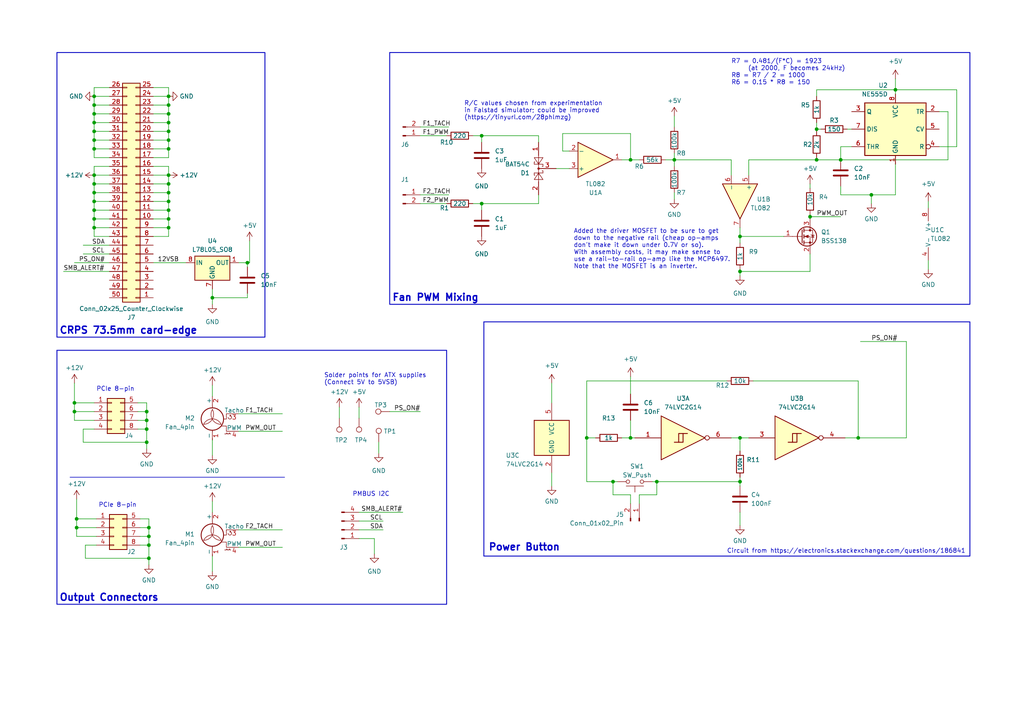
<source format=kicad_sch>
(kicad_sch (version 20250114) (generator "eeschema") (generator_version "9.0")
  (paper "A4")
  (lib_symbols
    (symbol "74xGxx:74LVC2G14"
      (property "Reference" "U" (at 0 7.62 0))
      (property "Value" "74LVC2G14" (at 2.54 -7.62 0))
      (symbol "74LVC2G14_1_1"
        (pin input line (at -15.24 0 0) (length 7.62) (name "~") (number "1"))
        (pin output inverted (at 12.7 0 180) (length 7.62) (name "~") (number "6"))
      )
      (symbol "74LVC2G14_2_1"
        (pin input line (at -15.24 0 0) (length 7.62) (name "~") (number "3"))
        (pin output inverted (at 12.7 0 180) (length 7.62) (name "~") (number "4"))
      )
      (symbol "74LVC2G14_3_1"
        (pin power_in line (at 0 10.16 270) (length 5.08) (name "VCC") (number "5"))
        (pin power_in line (at 0 -10.16 90) (length 5.08) (name "GND") (number "2"))
      )
    )
    (symbol "Amplifier_Operational:TL082" (pin_names (offset 0.127))
      (property "Reference" "U" (at 0 5.08 0))
      (property "Value" "TL082" (at 0 -5.08 0))
      (symbol "TL082_1_1"
        (pin input line (at -7.62 2.54 0) (length 2.54) (name "+") (number "3"))
        (pin input line (at -7.62 -2.54 0) (length 2.54) (name "-") (number "2"))
        (pin output line (at 7.62 0 180) (length 2.54) (name "~") (number "1"))
      )
      (symbol "TL082_2_1"
        (pin input line (at -7.62 2.54 0) (length 2.54) (name "+") (number "5"))
        (pin input line (at -7.62 -2.54 0) (length 2.54) (name "-") (number "6"))
        (pin output line (at 7.62 0 180) (length 2.54) (name "~") (number "7"))
      )
      (symbol "TL082_3_1"
        (pin power_in line (at -2.54 7.62 270) (length 3.81) (name "V+") (number "8"))
        (pin power_in line (at -2.54 -7.62 90) (length 3.81) (name "V-") (number "4"))
      )
    )
    (symbol "Connector:Conn_01x02_Pin" (pin_names (offset 1.016) (hide yes))
      (property "Reference" "J" (at 0 2.54 0))
      (property "Value" "Conn_01x02_Pin" (at 0 -5.08 0))
      (symbol "Conn_01x02_Pin_1_1"
        (pin passive line (at 5.08 0 180) (length 3.81) (name "Pin_1") (number "1"))
        (pin passive line (at 5.08 -2.54 180) (length 3.81) (name "Pin_2") (number "2"))
      )
    )
    (symbol "Connector:Conn_01x04_Pin" (pin_names (offset 1.016) (hide yes))
      (property "Reference" "J" (at 0 5.08 0))
      (property "Value" "Conn_01x04_Pin" (at 0 -7.62 0))
      (symbol "Conn_01x04_Pin_1_1"
        (pin passive line (at 5.08 2.54 180) (length 3.81) (name "Pin_1") (number "1"))
        (pin passive line (at 5.08 0 180) (length 3.81) (name "Pin_2") (number "2"))
        (pin passive line (at 5.08 -2.54 180) (length 3.81) (name "Pin_3") (number "3"))
        (pin passive line (at 5.08 -5.08 180) (length 3.81) (name "Pin_4") (number "4"))
      )
    )
    (symbol "Connector:TestPoint" (pin_numbers (hide yes)) (pin_names (offset 0.762) (hide yes))
      (property "Reference" "TP" (at 0 6.858 0))
      (property "Value" "TestPoint" (at 0 5.08 0))
      (symbol "TestPoint_1_1"
        (pin passive line (at 0 0 90) (length 2.54) (name "1") (number "1"))
      )
    )
    (symbol "Connector_Generic:Conn_02x04_Top_Bottom" (pin_names (offset 1.016) (hide yes))
      (property "Reference" "J" (at 1.27 5.08 0))
      (property "Value" "Conn_02x04_Top_Bottom" (at 1.27 -7.62 0))
      (symbol "Conn_02x04_Top_Bottom_1_1"
        (pin passive line (at -5.08 2.54 0) (length 3.81) (name "Pin_1") (number "1"))
        (pin passive line (at -5.08 0 0) (length 3.81) (name "Pin_2") (number "2"))
        (pin passive line (at -5.08 -2.54 0) (length 3.81) (name "Pin_3") (number "3"))
        (pin passive line (at -5.08 -5.08 0) (length 3.81) (name "Pin_4") (number "4"))
        (pin passive line (at 7.62 2.54 180) (length 3.81) (name "Pin_5") (number "5"))
        (pin passive line (at 7.62 0 180) (length 3.81) (name "Pin_6") (number "6"))
        (pin passive line (at 7.62 -2.54 180) (length 3.81) (name "Pin_7") (number "7"))
        (pin passive line (at 7.62 -5.08 180) (length 3.81) (name "Pin_8") (number "8"))
      )
    )
    (symbol "Connector_Generic:Conn_02x25_Counter_Clockwise" (pin_names (offset 1.016) (hide yes))
      (property "Reference" "J" (at 1.27 33.02 0))
      (property "Value" "Conn_02x25_Counter_Clockwise" (at 1.27 -33.02 0))
      (symbol "Conn_02x25_Counter_Clockwise_1_1"
        (pin passive line (at -5.08 30.48 0) (length 3.81) (name "Pin_1") (number "1"))
        (pin passive line (at -5.08 27.94 0) (length 3.81) (name "Pin_2") (number "2"))
        (pin passive line (at -5.08 25.4 0) (length 3.81) (name "Pin_3") (number "3"))
        (pin passive line (at -5.08 22.86 0) (length 3.81) (name "Pin_4") (number "4"))
        (pin passive line (at -5.08 20.32 0) (length 3.81) (name "Pin_5") (number "5"))
        (pin passive line (at -5.08 17.78 0) (length 3.81) (name "Pin_6") (number "6"))
        (pin passive line (at -5.08 15.24 0) (length 3.81) (name "Pin_7") (number "7"))
        (pin passive line (at -5.08 12.7 0) (length 3.81) (name "Pin_8") (number "8"))
        (pin passive line (at -5.08 10.16 0) (length 3.81) (name "Pin_9") (number "9"))
        (pin passive line (at -5.08 7.62 0) (length 3.81) (name "Pin_10") (number "10"))
        (pin passive line (at -5.08 5.08 0) (length 3.81) (name "Pin_11") (number "11"))
        (pin passive line (at -5.08 2.54 0) (length 3.81) (name "Pin_12") (number "12"))
        (pin passive line (at -5.08 0 0) (length 3.81) (name "Pin_13") (number "13"))
        (pin passive line (at -5.08 -2.54 0) (length 3.81) (name "Pin_14") (number "14"))
        (pin passive line (at -5.08 -5.08 0) (length 3.81) (name "Pin_15") (number "15"))
        (pin passive line (at -5.08 -7.62 0) (length 3.81) (name "Pin_16") (number "16"))
        (pin passive line (at -5.08 -10.16 0) (length 3.81) (name "Pin_17") (number "17"))
        (pin passive line (at -5.08 -12.7 0) (length 3.81) (name "Pin_18") (number "18"))
        (pin passive line (at -5.08 -15.24 0) (length 3.81) (name "Pin_19") (number "19"))
        (pin passive line (at -5.08 -17.78 0) (length 3.81) (name "Pin_20") (number "20"))
        (pin passive line (at -5.08 -20.32 0) (length 3.81) (name "Pin_21") (number "21"))
        (pin passive line (at -5.08 -22.86 0) (length 3.81) (name "Pin_22") (number "22"))
        (pin passive line (at -5.08 -25.4 0) (length 3.81) (name "Pin_23") (number "23"))
        (pin passive line (at -5.08 -27.94 0) (length 3.81) (name "Pin_24") (number "24"))
        (pin passive line (at -5.08 -30.48 0) (length 3.81) (name "Pin_25") (number "25"))
        (pin passive line (at 7.62 30.48 180) (length 3.81) (name "Pin_50") (number "50"))
        (pin passive line (at 7.62 27.94 180) (length 3.81) (name "Pin_49") (number "49"))
        (pin passive line (at 7.62 25.4 180) (length 3.81) (name "Pin_48") (number "48"))
        (pin passive line (at 7.62 22.86 180) (length 3.81) (name "Pin_47") (number "47"))
        (pin passive line (at 7.62 20.32 180) (length 3.81) (name "Pin_46") (number "46"))
        (pin passive line (at 7.62 17.78 180) (length 3.81) (name "Pin_45") (number "45"))
        (pin passive line (at 7.62 15.24 180) (length 3.81) (name "Pin_44") (number "44"))
        (pin passive line (at 7.62 12.7 180) (length 3.81) (name "Pin_43") (number "43"))
        (pin passive line (at 7.62 10.16 180) (length 3.81) (name "Pin_42") (number "42"))
        (pin passive line (at 7.62 7.62 180) (length 3.81) (name "Pin_41") (number "41"))
        (pin passive line (at 7.62 5.08 180) (length 3.81) (name "Pin_40") (number "40"))
        (pin passive line (at 7.62 2.54 180) (length 3.81) (name "Pin_39") (number "39"))
        (pin passive line (at 7.62 0 180) (length 3.81) (name "Pin_38") (number "38"))
        (pin passive line (at 7.62 -2.54 180) (length 3.81) (name "Pin_37") (number "37"))
        (pin passive line (at 7.62 -5.08 180) (length 3.81) (name "Pin_36") (number "36"))
        (pin passive line (at 7.62 -7.62 180) (length 3.81) (name "Pin_35") (number "35"))
        (pin passive line (at 7.62 -10.16 180) (length 3.81) (name "Pin_34") (number "34"))
        (pin passive line (at 7.62 -12.7 180) (length 3.81) (name "Pin_33") (number "33"))
        (pin passive line (at 7.62 -15.24 180) (length 3.81) (name "Pin_32") (number "32"))
        (pin passive line (at 7.62 -17.78 180) (length 3.81) (name "Pin_31") (number "31"))
        (pin passive line (at 7.62 -20.32 180) (length 3.81) (name "Pin_30") (number "30"))
        (pin passive line (at 7.62 -22.86 180) (length 3.81) (name "Pin_29") (number "29"))
        (pin passive line (at 7.62 -25.4 180) (length 3.81) (name "Pin_28") (number "28"))
        (pin passive line (at 7.62 -27.94 180) (length 3.81) (name "Pin_27") (number "27"))
        (pin passive line (at 7.62 -30.48 180) (length 3.81) (name "Pin_26") (number "26"))
      )
    )
    (symbol "Device:C" (pin_numbers (hide yes)) (pin_names (offset 0.254))
      (property "Reference" "C" (at 0.635 2.54 0))
      (property "Value" "C" (at 0.635 -2.54 0))
      (symbol "C_1_1"
        (pin passive line (at 0 3.81 270) (length 2.794) (name "~") (number "1"))
        (pin passive line (at 0 -3.81 90) (length 2.794) (name "~") (number "2"))
      )
    )
    (symbol "Device:R" (pin_numbers (hide yes)) (pin_names (offset 0))
      (property "Reference" "R" (at 2.032 0 90))
      (property "Value" "R" (at 0 0 90))
      (symbol "R_1_1"
        (pin passive line (at 0 3.81 270) (length 1.27) (name "~") (number "1"))
        (pin passive line (at 0 -3.81 90) (length 1.27) (name "~") (number "2"))
      )
    )
    (symbol "Diode:BAT54C" (pin_names (offset 1.016))
      (property "Reference" "D" (at 0.635 -3.81 0))
      (property "Value" "BAT54C" (at -6.35 3.175 0))
      (symbol "BAT54C_1_1"
        (pin passive line (at -7.62 0 0) (length 3.81) (name "~") (number "1"))
        (pin passive line (at 0 -5.08 90) (length 5.08) (name "~") (number "3"))
        (pin passive line (at 7.62 0 180) (length 3.81) (name "~") (number "2"))
      )
    )
    (symbol "Motor:Fan_4pin" (pin_names (offset 0))
      (property "Reference" "M" (at 2.54 5.08 0))
      (property "Value" "Fan_4pin" (at 2.54 -2.54 0))
      (symbol "Fan_4pin_1_1"
        (pin passive line (at -7.62 2.54 0) (length 2.54) (name "Tacho") (number "3"))
        (pin input line (at -7.62 -2.54 0) (length 2.54) (name "PWM") (number "4"))
        (pin passive line (at 0 7.62 270) (length 2.54) (name "+") (number "2"))
        (pin passive line (at 0 -5.08 90) (length 2.54) (name "-") (number "1"))
      )
    )
    (symbol "Regulator_Linear:L78L05_SO8" (pin_names (offset 0.254))
      (property "Reference" "U" (at -3.81 3.175 0))
      (property "Value" "L78L05_SO8" (at 0 3.175 0))
      (symbol "L78L05_SO8_1_1"
        (pin power_in line (at -7.62 0 0) (length 2.54) (name "IN") (number "8"))
        (pin no_connect line (at -5.08 -2.54 0) (length 2.54) (hide yes) (name "NC") (number "4"))
        (pin passive line (at 0 -7.62 90) (length 2.54) (hide yes) (name "GND") (number "2"))
        (pin passive line (at 0 -7.62 90) (length 2.54) (hide yes) (name "GND") (number "3"))
        (pin passive line (at 0 -7.62 90) (length 2.54) (hide yes) (name "GND") (number "6"))
        (pin power_in line (at 0 -7.62 90) (length 2.54) (name "GND") (number "7"))
        (pin no_connect line (at 5.08 -2.54 180) (length 2.54) (hide yes) (name "NC") (number "5"))
        (pin power_out line (at 7.62 0 180) (length 2.54) (name "OUT") (number "1"))
      )
    )
    (symbol "Switch:SW_Push" (pin_numbers (hide yes)) (pin_names (offset 1.016) (hide yes))
      (property "Reference" "SW" (at 1.27 2.54 0))
      (property "Value" "SW_Push" (at 0 -1.524 0))
      (symbol "SW_Push_0_1"
        (pin passive line (at -5.08 0 0) (length 2.54) (name "1") (number "1"))
        (pin passive line (at 5.08 0 180) (length 2.54) (name "2") (number "2"))
      )
    )
    (symbol "Timer:NE555D"
      (property "Reference" "U" (at -10.16 8.89 0))
      (property "Value" "NE555D" (at 2.54 8.89 0))
      (symbol "NE555D_0_0"
        (pin power_in line (at 0 10.16 270) (length 2.54) (name "VCC") (number "8"))
        (pin power_in line (at 0 -10.16 90) (length 2.54) (name "GND") (number "1"))
      )
      (symbol "NE555D_1_1"
        (pin input line (at -12.7 5.08 0) (length 3.81) (name "TR") (number "2"))
        (pin input line (at -12.7 0 0) (length 3.81) (name "CV") (number "5"))
        (pin input inverted (at -12.7 -5.08 0) (length 3.81) (name "R") (number "4"))
        (pin output line (at 12.7 5.08 180) (length 3.81) (name "Q") (number "3"))
        (pin input line (at 12.7 0 180) (length 3.81) (name "DIS") (number "7"))
        (pin input line (at 12.7 -5.08 180) (length 3.81) (name "THR") (number "6"))
      )
    )
    (symbol "Transistor_FET:BSS138" (pin_names (hide yes))
      (property "Reference" "Q" (at 5.08 1.905 0))
      (property "Value" "BSS138" (at 5.08 0 0))
      (symbol "BSS138_1_1"
        (pin input line (at -5.08 0 0) (length 2.54) (name "G") (number "1"))
        (pin passive line (at 2.54 5.08 270) (length 2.54) (name "D") (number "3"))
        (pin passive line (at 2.54 -5.08 90) (length 2.54) (name "S") (number "2"))
      )
    )
    (symbol "power:+12V" (power) (pin_names (offset 0))
      (property "Value" "+12V" (at 0 3.556 0))
      (symbol "+12V_1_1"
        (pin power_in line (at 0 0 90) (length 0) (hide yes) (name "+12V") (number "1"))
      )
    )
    (symbol "power:+5V" (power) (pin_names (offset 0))
      (property "Value" "+5V" (at 0 3.556 0))
      (symbol "+5V_1_1"
        (pin power_in line (at 0 0 90) (length 0) (hide yes) (name "+5V") (number "1"))
      )
    )
    (symbol "power:GND" (power) (pin_names (offset 0))
      (property "Value" "GND" (at 0 -3.81 0))
      (symbol "GND_1_1"
        (pin power_in line (at 0 0 270) (length 0) (hide yes) (name "GND") (number "1"))
      )
    )
  )
  (rectangle (start 20.32 138.4046) (end 82.55 138.43))
  (rectangle (start 140.335 93.345) (end 281.305 161.29) (stroke (width 0.254)))
  (rectangle (start 16.51 101.6) (end 129.54 175.26) (stroke (width 0.254)))
  (rectangle (start 113.03 15.24) (end 281.305 88.265) (stroke (width 0.254)))
  (rectangle (start 16.51 15.24) (end 76.835 97.79) (stroke (width 0.254)))
  (text "Output Connectors" (at 17.145 174.625 0) (effects (font (size 2.032 2.032) (thickness 0.4064) (bold yes)) (justify left bottom)))
  (text "R7 = 0.481/(F*C) = 1923\n     (at 2000, F becomes 24kHz)\nR8 = R7 / 2 = 1000\nR6 = 0.15 * R8 = 150" (at 212.09 24.765 0) (effects (font (size 1.27 1.27)) (justify left bottom)))
  (text "PCIe 8-pin" (at 27.94 113.665 0) (effects (font (size 1.27 1.27)) (justify left bottom)))
  (text "Fan PWM Mixing" (at 113.665 87.63 0) (effects (font (size 2.032 2.032) (thickness 0.4064) (bold yes)) (justify left bottom)))
  (text "PCIe 8-pin" (at 28.575 147.32 0) (effects (font (size 1.27 1.27)) (justify left bottom)))
  (text "CRPS 73.5mm card-edge" (at 17.145 97.155 0) (effects (font (size 2.032 2.032) (thickness 0.4064) (bold yes)) (justify left bottom)))
  (text "Power Button" (at 141.605 160.02 0) (effects (font (size 2.032 2.032) (thickness 0.4064) (bold yes)) (justify left bottom)))
  (text "Solder points for ATX supplies\n(Connect 5V to 5VSB)" (at 93.98 111.76 0) (effects (font (size 1.27 1.27)) (justify left bottom)))
  (text "Circuit from https://electronics.stackexchange.com/questions/186841" (at 210.82 160.655 0) (effects (font (size 1.27 1.27)) (justify left bottom)))
  (text "PMBUS I2C" (at 102.235 144.145 0) (effects (font (size 1.27 1.27)) (justify left bottom)))
  (text "R/C values chosen from experimentation\nin Falstad simulator; could be improved\n(https://tinyurl.com/28phlmzg)" (at 134.62 34.925 0) (effects (font (size 1.27 1.27)) (justify left bottom)))
  (text "Added the driver MOSFET to be sure to get\ndown to the negative rail (cheap op-amps\ndon't make it down under 0.7V or so).\nWith assembly costs, it may make sense to \nuse a rail-to-rail op-amp like the MCP6497.\nNote that the MOSFET is an inverter." (at 166.37 78.105 0) (effects (font (size 1.27 1.27)) (justify left bottom)))
  (junction (at 48.895 38.1))
  (junction (at 259.715 26.035))
  (junction (at 61.595 86.36))
  (junction (at 48.895 33.02))
  (junction (at 42.545 124.46))
  (junction (at 22.225 153.035))
  (junction (at 48.895 50.8))
  (junction (at 22.225 150.495))
  (junction (at 48.895 66.04))
  (junction (at 71.755 76.2))
  (junction (at 139.7 59.055))
  (junction (at 182.88 46.355))
  (junction (at 243.84 46.355))
  (junction (at 248.92 127))
  (junction (at 236.855 46.355))
  (junction (at 48.895 40.64))
  (junction (at 43.18 158.115))
  (junction (at 21.59 119.38))
  (junction (at 252.73 56.515))
  (junction (at 42.545 128.27))
  (junction (at 27.305 33.02))
  (junction (at 27.305 50.8))
  (junction (at 48.895 27.94))
  (junction (at 214.63 139.7))
  (junction (at 48.895 60.96))
  (junction (at 48.895 35.56))
  (junction (at 48.895 43.18))
  (junction (at 27.305 63.5))
  (junction (at 27.305 53.34))
  (junction (at 48.895 53.34))
  (junction (at 27.305 35.56))
  (junction (at 182.88 127))
  (junction (at 214.63 78.74))
  (junction (at 27.305 60.96))
  (junction (at 42.545 121.92))
  (junction (at 27.305 43.18))
  (junction (at 43.18 153.035))
  (junction (at 27.305 30.48))
  (junction (at 48.895 63.5))
  (junction (at 190.5 139.7))
  (junction (at 43.18 161.925))
  (junction (at 214.63 127))
  (junction (at 195.58 46.355))
  (junction (at 42.545 119.38))
  (junction (at 139.7 39.37))
  (junction (at 170.18 127))
  (junction (at 43.18 155.575))
  (junction (at 234.95 62.865))
  (junction (at 48.895 58.42))
  (junction (at 177.8 139.7))
  (junction (at 27.305 27.94))
  (junction (at 214.63 68.58))
  (junction (at 27.305 55.88))
  (junction (at 27.305 40.64))
  (junction (at 48.895 55.88))
  (junction (at 21.59 116.84))
  (junction (at 236.855 37.465))
  (junction (at 27.305 66.04))
  (junction (at 27.305 58.42))
  (junction (at 48.895 30.48))
  (junction (at 27.305 38.1))
  (wire (pts (xy 182.88 121.92) (xy 182.88 127)))
  (wire (pts (xy 248.92 127) (xy 262.89 127)))
  (wire (pts (xy 185.42 146.05) (xy 185.42 143.51)))
  (wire (pts (xy 48.895 63.5) (xy 44.45 63.5)))
  (wire (pts (xy 214.63 66.04) (xy 214.63 68.58)))
  (wire (pts (xy 170.18 139.7) (xy 170.18 127)))
  (wire (pts (xy 48.895 40.64) (xy 44.45 40.64)))
  (wire (pts (xy 277.495 26.035) (xy 259.715 26.035)))
  (wire (pts (xy 139.7 59.055) (xy 139.7 60.96)))
  (wire (pts (xy 44.45 76.2) (xy 53.975 76.2)))
  (wire (pts (xy 214.63 148.59) (xy 214.63 152.4)))
  (wire (pts (xy 48.895 60.96) (xy 44.45 60.96)))
  (wire (pts (xy 61.595 145.415) (xy 61.595 148.59)))
  (wire (pts (xy 269.24 75.565) (xy 269.24 78.105)))
  (wire (pts (xy 274.955 46.355) (xy 243.84 46.355)))
  (wire (pts (xy 195.58 33.655) (xy 195.58 36.83)))
  (wire (pts (xy 48.895 66.04) (xy 48.895 63.5)))
  (wire (pts (xy 272.415 42.545) (xy 277.495 42.545)))
  (wire (pts (xy 156.21 59.055) (xy 139.7 59.055)))
  (wire (pts (xy 218.44 110.49) (xy 248.92 110.49)))
  (wire (pts (xy 27.305 66.04) (xy 27.305 68.58)))
  (wire (pts (xy 24.765 161.925) (xy 43.18 161.925)))
  (wire (pts (xy 71.755 76.2) (xy 72.39 76.2)))
  (wire (pts (xy 243.84 53.975) (xy 243.84 56.515)))
  (wire (pts (xy 243.84 42.545) (xy 243.84 46.355)))
  (wire (pts (xy 189.23 139.7) (xy 190.5 139.7)))
  (wire (pts (xy 31.75 68.58) (xy 27.305 68.58)))
  (wire (pts (xy 21.59 119.38) (xy 21.59 121.92)))
  (wire (pts (xy 48.895 35.56) (xy 48.895 33.02)))
  (wire (pts (xy 27.305 43.18) (xy 31.75 43.18)))
  (wire (pts (xy 61.595 161.29) (xy 61.595 165.735)))
  (wire (pts (xy 48.895 30.48) (xy 44.45 30.48)))
  (wire (pts (xy 18.415 78.74) (xy 31.75 78.74)))
  (wire (pts (xy 72.39 69.85) (xy 72.39 76.2)))
  (wire (pts (xy 121.92 59.055) (xy 129.54 59.055)))
  (wire (pts (xy 238.125 37.465) (xy 236.855 37.465)))
  (wire (pts (xy 214.63 139.7) (xy 214.63 140.97)))
  (wire (pts (xy 195.58 46.355) (xy 212.09 46.355)))
  (wire (pts (xy 48.895 60.96) (xy 48.895 58.42)))
  (wire (pts (xy 190.5 139.7) (xy 214.63 139.7)))
  (wire (pts (xy 236.855 35.56) (xy 236.855 37.465)))
  (wire (pts (xy 259.715 22.86) (xy 259.715 26.035)))
  (wire (pts (xy 214.63 68.58) (xy 227.33 68.58)))
  (wire (pts (xy 40.64 155.575) (xy 43.18 155.575)))
  (wire (pts (xy 22.225 153.035) (xy 22.225 155.575)))
  (wire (pts (xy 48.895 50.8) (xy 48.895 48.26)))
  (wire (pts (xy 22.225 144.78) (xy 22.225 150.495)))
  (wire (pts (xy 21.59 111.125) (xy 21.59 116.84)))
  (wire (pts (xy 137.16 39.37) (xy 139.7 39.37)))
  (wire (pts (xy 40.64 150.495) (xy 43.18 150.495)))
  (wire (pts (xy 24.13 128.27) (xy 42.545 128.27)))
  (wire (pts (xy 170.18 110.49) (xy 170.18 127)))
  (wire (pts (xy 248.92 110.49) (xy 248.92 127)))
  (wire (pts (xy 48.895 45.72) (xy 44.45 45.72)))
  (wire (pts (xy 31.75 27.94) (xy 27.305 27.94)))
  (wire (pts (xy 48.895 35.56) (xy 44.45 35.56)))
  (wire (pts (xy 247.015 42.545) (xy 243.84 42.545)))
  (wire (pts (xy 234.95 62.865) (xy 234.95 63.5)))
  (wire (pts (xy 27.305 40.64) (xy 31.75 40.64)))
  (wire (pts (xy 69.215 158.75) (xy 81.915 158.75)))
  (wire (pts (xy 214.63 127) (xy 214.63 130.81)))
  (wire (pts (xy 104.14 148.59) (xy 116.84 148.59)))
  (wire (pts (xy 27.305 30.48) (xy 27.305 33.02)))
  (wire (pts (xy 48.895 55.88) (xy 48.895 53.34)))
  (wire (pts (xy 234.95 78.74) (xy 214.63 78.74)))
  (wire (pts (xy 48.895 33.02) (xy 48.895 30.48)))
  (wire (pts (xy 212.09 50.8) (xy 212.09 46.355)))
  (wire (pts (xy 234.95 62.23) (xy 234.95 62.865)))
  (wire (pts (xy 69.215 76.2) (xy 71.755 76.2)))
  (wire (pts (xy 42.545 119.38) (xy 42.545 121.92)))
  (wire (pts (xy 27.305 33.02) (xy 27.305 35.56)))
  (wire (pts (xy 104.14 151.13) (xy 111.125 151.13)))
  (wire (pts (xy 243.84 46.355) (xy 236.855 46.355)))
  (wire (pts (xy 43.18 155.575) (xy 43.18 158.115)))
  (wire (pts (xy 44.45 66.04) (xy 48.895 66.04)))
  (wire (pts (xy 182.88 143.51) (xy 177.8 143.51)))
  (wire (pts (xy 61.595 111.76) (xy 61.595 114.935)))
  (wire (pts (xy 236.855 27.94) (xy 236.855 26.035)))
  (wire (pts (xy 27.305 33.02) (xy 31.75 33.02)))
  (wire (pts (xy 252.73 59.055) (xy 252.73 56.515)))
  (wire (pts (xy 27.94 158.115) (xy 24.765 158.115)))
  (wire (pts (xy 217.17 46.355) (xy 236.855 46.355)))
  (wire (pts (xy 27.305 60.96) (xy 31.75 60.96)))
  (wire (pts (xy 48.895 38.1) (xy 44.45 38.1)))
  (wire (pts (xy 48.895 68.58) (xy 48.895 66.04)))
  (wire (pts (xy 236.855 26.035) (xy 259.715 26.035)))
  (wire (pts (xy 109.855 128.27) (xy 109.855 131.445)))
  (wire (pts (xy 27.305 53.34) (xy 27.305 55.88)))
  (wire (pts (xy 165.1 43.815) (xy 163.195 43.815)))
  (wire (pts (xy 210.82 110.49) (xy 170.18 110.49)))
  (wire (pts (xy 40.64 153.035) (xy 43.18 153.035)))
  (wire (pts (xy 217.17 50.8) (xy 217.17 46.355)))
  (wire (pts (xy 234.95 53.34) (xy 234.95 54.61)))
  (wire (pts (xy 27.305 53.34) (xy 31.75 53.34)))
  (wire (pts (xy 108.585 156.21) (xy 108.585 160.655)))
  (wire (pts (xy 27.305 124.46) (xy 24.13 124.46)))
  (wire (pts (xy 259.715 47.625) (xy 259.715 56.515)))
  (wire (pts (xy 40.005 119.38) (xy 42.545 119.38)))
  (wire (pts (xy 249.555 99.06) (xy 262.89 99.06)))
  (wire (pts (xy 21.59 119.38) (xy 27.305 119.38)))
  (wire (pts (xy 61.595 86.36) (xy 61.595 88.265)))
  (wire (pts (xy 170.18 127) (xy 172.72 127)))
  (wire (pts (xy 236.855 37.465) (xy 236.855 38.1)))
  (wire (pts (xy 48.895 27.94) (xy 48.895 25.4)))
  (wire (pts (xy 71.755 86.36) (xy 61.595 86.36)))
  (wire (pts (xy 98.425 118.11) (xy 98.425 121.285)))
  (wire (pts (xy 236.855 46.355) (xy 236.855 45.72)))
  (wire (pts (xy 48.895 50.8) (xy 44.45 50.8)))
  (wire (pts (xy 182.88 38.735) (xy 182.88 46.355)))
  (wire (pts (xy 27.305 48.26) (xy 31.75 48.26)))
  (wire (pts (xy 234.95 62.865) (xy 243.84 62.865)))
  (wire (pts (xy 40.64 158.115) (xy 43.18 158.115)))
  (wire (pts (xy 214.63 78.74) (xy 214.63 80.01)))
  (wire (pts (xy 22.225 150.495) (xy 27.94 150.495)))
  (wire (pts (xy 27.305 38.1) (xy 31.75 38.1)))
  (wire (pts (xy 48.895 63.5) (xy 48.895 60.96)))
  (wire (pts (xy 27.305 38.1) (xy 27.305 40.64)))
  (wire (pts (xy 27.305 35.56) (xy 27.305 38.1)))
  (wire (pts (xy 193.04 46.355) (xy 195.58 46.355)))
  (wire (pts (xy 27.305 58.42) (xy 27.305 60.96)))
  (wire (pts (xy 214.63 127) (xy 217.17 127)))
  (wire (pts (xy 31.75 50.8) (xy 27.305 50.8)))
  (wire (pts (xy 48.895 55.88) (xy 44.45 55.88)))
  (wire (pts (xy 48.895 58.42) (xy 48.895 55.88)))
  (wire (pts (xy 61.595 83.82) (xy 61.595 86.36)))
  (wire (pts (xy 27.305 35.56) (xy 31.75 35.56)))
  (wire (pts (xy 69.215 153.67) (xy 81.915 153.67)))
  (wire (pts (xy 48.895 40.64) (xy 48.895 38.1)))
  (wire (pts (xy 27.305 48.26) (xy 27.305 50.8)))
  (wire (pts (xy 269.24 58.42) (xy 269.24 60.325)))
  (wire (pts (xy 27.305 60.96) (xy 27.305 63.5)))
  (wire (pts (xy 69.215 120.015) (xy 81.915 120.015)))
  (wire (pts (xy 48.895 53.34) (xy 48.895 50.8)))
  (wire (pts (xy 27.305 58.42) (xy 31.75 58.42)))
  (wire (pts (xy 24.765 158.115) (xy 24.765 161.925)))
  (wire (pts (xy 40.005 121.92) (xy 42.545 121.92)))
  (wire (pts (xy 22.225 155.575) (xy 27.94 155.575)))
  (wire (pts (xy 21.59 121.92) (xy 27.305 121.92)))
  (wire (pts (xy 195.58 55.88) (xy 195.58 57.785)))
  (wire (pts (xy 27.305 63.5) (xy 27.305 66.04)))
  (wire (pts (xy 27.305 55.88) (xy 31.75 55.88)))
  (wire (pts (xy 277.495 42.545) (xy 277.495 26.035)))
  (wire (pts (xy 27.305 25.4) (xy 27.305 27.94)))
  (wire (pts (xy 214.63 68.58) (xy 214.63 70.485)))
  (wire (pts (xy 27.305 43.18) (xy 27.305 45.72)))
  (wire (pts (xy 48.895 53.34) (xy 44.45 53.34)))
  (wire (pts (xy 274.955 32.385) (xy 274.955 46.355)))
  (wire (pts (xy 180.34 127) (xy 182.88 127)))
  (wire (pts (xy 48.895 27.94) (xy 44.45 27.94)))
  (wire (pts (xy 40.005 116.84) (xy 42.545 116.84)))
  (wire (pts (xy 190.5 143.51) (xy 190.5 139.7)))
  (wire (pts (xy 69.215 125.095) (xy 81.915 125.095)))
  (wire (pts (xy 195.58 46.355) (xy 195.58 48.26)))
  (wire (pts (xy 40.005 124.46) (xy 42.545 124.46)))
  (wire (pts (xy 160.02 137.16) (xy 160.02 140.97)))
  (wire (pts (xy 272.415 32.385) (xy 274.955 32.385)))
  (wire (pts (xy 48.895 38.1) (xy 48.895 35.56)))
  (wire (pts (xy 177.8 139.7) (xy 170.18 139.7)))
  (wire (pts (xy 182.88 146.05) (xy 182.88 143.51)))
  (wire (pts (xy 214.63 78.105) (xy 214.63 78.74)))
  (wire (pts (xy 27.305 50.8) (xy 27.305 53.34)))
  (wire (pts (xy 31.75 45.72) (xy 27.305 45.72)))
  (wire (pts (xy 61.595 127.635) (xy 61.595 132.08)))
  (wire (pts (xy 48.895 43.18) (xy 48.895 40.64)))
  (wire (pts (xy 43.18 161.925) (xy 43.18 163.83)))
  (wire (pts (xy 156.21 41.275) (xy 156.21 39.37)))
  (wire (pts (xy 42.545 116.84) (xy 42.545 119.38)))
  (wire (pts (xy 214.63 138.43) (xy 214.63 139.7)))
  (wire (pts (xy 43.18 158.115) (xy 43.18 161.925)))
  (wire (pts (xy 262.89 127) (xy 262.89 99.06)))
  (wire (pts (xy 48.895 58.42) (xy 44.45 58.42)))
  (wire (pts (xy 27.305 55.88) (xy 27.305 58.42)))
  (wire (pts (xy 24.13 124.46) (xy 24.13 128.27)))
  (wire (pts (xy 259.715 26.035) (xy 259.715 27.305)))
  (wire (pts (xy 156.21 56.515) (xy 156.21 59.055)))
  (wire (pts (xy 156.21 39.37) (xy 139.7 39.37)))
  (wire (pts (xy 121.92 36.83) (xy 130.175 36.83)))
  (wire (pts (xy 121.92 56.515) (xy 130.175 56.515)))
  (wire (pts (xy 44.45 43.18) (xy 48.895 43.18)))
  (wire (pts (xy 43.18 150.495) (xy 43.18 153.035)))
  (wire (pts (xy 48.895 33.02) (xy 44.45 33.02)))
  (wire (pts (xy 48.895 68.58) (xy 44.45 68.58)))
  (wire (pts (xy 48.895 45.72) (xy 48.895 43.18)))
  (wire (pts (xy 104.14 118.11) (xy 104.14 121.285)))
  (wire (pts (xy 21.59 116.84) (xy 21.59 119.38)))
  (wire (pts (xy 22.225 150.495) (xy 22.225 153.035)))
  (wire (pts (xy 195.58 46.355) (xy 195.58 44.45)))
  (wire (pts (xy 48.895 30.48) (xy 48.895 27.94)))
  (wire (pts (xy 161.29 48.895) (xy 165.1 48.895)))
  (wire (pts (xy 71.755 76.2) (xy 71.755 77.47)))
  (wire (pts (xy 182.88 46.355) (xy 185.42 46.355)))
  (wire (pts (xy 42.545 121.92) (xy 42.545 124.46)))
  (wire (pts (xy 182.88 46.355) (xy 180.34 46.355)))
  (wire (pts (xy 27.305 27.94) (xy 27.305 30.48)))
  (wire (pts (xy 212.09 127) (xy 214.63 127)))
  (wire (pts (xy 163.195 38.735) (xy 182.88 38.735)))
  (wire (pts (xy 27.305 63.5) (xy 31.75 63.5)))
  (wire (pts (xy 44.45 48.26) (xy 48.895 48.26)))
  (wire (pts (xy 234.95 73.66) (xy 234.95 78.74)))
  (wire (pts (xy 21.59 116.84) (xy 27.305 116.84)))
  (wire (pts (xy 44.45 25.4) (xy 48.895 25.4)))
  (wire (pts (xy 177.8 143.51) (xy 177.8 139.7)))
  (wire (pts (xy 163.195 43.815) (xy 163.195 38.735)))
  (wire (pts (xy 104.14 153.67) (xy 111.125 153.67)))
  (wire (pts (xy 182.88 127) (xy 184.15 127)))
  (wire (pts (xy 104.14 156.21) (xy 108.585 156.21)))
  (wire (pts (xy 243.84 56.515) (xy 252.73 56.515)))
  (wire (pts (xy 247.015 37.465) (xy 245.745 37.465)))
  (wire (pts (xy 24.13 73.66) (xy 31.75 73.66)))
  (wire (pts (xy 27.305 66.04) (xy 31.75 66.04)))
  (wire (pts (xy 137.16 59.055) (xy 139.7 59.055)))
  (wire (pts (xy 71.755 85.09) (xy 71.755 86.36)))
  (wire (pts (xy 139.7 39.37) (xy 139.7 41.275)))
  (wire (pts (xy 22.225 153.035) (xy 27.94 153.035)))
  (wire (pts (xy 160.02 116.84) (xy 160.02 111.125)))
  (wire (pts (xy 121.92 39.37) (xy 129.54 39.37)))
  (wire (pts (xy 179.07 139.7) (xy 177.8 139.7)))
  (wire (pts (xy 42.545 128.27) (xy 42.545 130.175)))
  (wire (pts (xy 24.13 71.12) (xy 31.75 71.12)))
  (wire (pts (xy 113.03 119.38) (xy 121.92 119.38)))
  (wire (pts (xy 42.545 124.46) (xy 42.545 128.27)))
  (wire (pts (xy 252.73 56.515) (xy 259.715 56.515)))
  (wire (pts (xy 182.88 109.22) (xy 182.88 114.3)))
  (wire (pts (xy 185.42 143.51) (xy 190.5 143.51)))
  (wire (pts (xy 21.59 76.2) (xy 31.75 76.2)))
  (wire (pts (xy 248.92 127) (xy 245.11 127)))
  (wire (pts (xy 43.18 153.035) (xy 43.18 155.575)))
  (wire (pts (xy 27.305 40.64) (xy 27.305 43.18)))
  (wire (pts (xy 27.305 30.48) (xy 31.75 30.48)))
  (wire (pts (xy 27.305 25.4) (xy 31.75 25.4)))
  (label "F2_PWM" (at 122.555 59.055 0))
  (label "SDA" (at 26.67 71.12 0))
  (label "SCL" (at 107.315 151.13 0))
  (label "12VSB" (at 45.72 76.2 0))
  (label "F1_TACH" (at 122.555 36.83 0))
  (label "F1_PWM" (at 122.555 39.37 0))
  (label "SMB_ALERT#" (at 18.415 78.74 0))
  (label "F1_TACH" (at 71.12 120.015 0))
  (label "PWM_OUT" (at 71.12 125.095 0))
  (label "F2_TACH" (at 71.12 153.67 0))
  (label "F2_TACH" (at 122.555 56.515 0))
  (label "PS_ON#" (at 252.73 99.06 0))
  (label "PWM_OUT" (at 71.12 158.75 0))
  (label "PS_ON#" (at 114.3 119.38 0))
  (label "PS_ON#" (at 22.86 76.2 0))
  (label "SCL" (at 26.67 73.66 0))
  (label "PWM_OUT" (at 236.855 62.865 0))
  (label "SDA" (at 107.315 153.67 0))
  (label "SMB_ALERT#" (at 104.775 148.59 0))
  (symbol (lib_id "Device:C") (at 139.7 64.77 0) (unit 1)
    (property "Reference" "C1" (at 143.51 63.5 0) (effects (justify left)))
    (property "Value" "1uF" (at 143.51 66.04 0) (effects (justify left)))
    (property "Footprint" "Capacitor_SMD:C_0603_1608Metric" (effects (hide yes)))
  )
  (symbol (lib_id "power:GND") (at 139.7 48.895 0) (unit 1)
    (property "Reference" "#PWR01" (effects (hide yes)))
    (property "Value" "GND" (at 139.7 53.975 0))
  )
  (symbol (lib_id "power:GND") (at 252.73 59.055 0) (unit 1)
    (property "Reference" "#PWR05" (effects (hide yes)))
    (property "Value" "GND" (at 252.73 63.5 0))
  )
  (symbol (lib_id "Connector:Conn_01x04_Pin") (at 99.06 153.67 0) (mirror x) (unit 1)
    (property "Reference" "J3" (at 99.695 158.75 0))
    (property "Value" "Conn_01x04_Pin" (effects (hide yes)))
    (property "Footprint" "Connector_PinHeader_2.54mm:PinHeader_1x04_P2.54mm_Horizontal" (effects (hide yes)))
  )
  (symbol (lib_id "Diode:BAT54C") (at 156.21 48.895 90) (mirror x) (unit 1)
    (property "Reference" "D1" (at 153.67 50.165 90) (effects (justify left)))
    (property "Value" "BAT54C" (at 153.67 47.625 90) (effects (justify left)))
    (property "Footprint" "Package_TO_SOT_SMD:SOT-23" (effects (hide yes)))
    (property "Datasheet" "http://www.diodes.com/_files/datasheets/ds11005.pdf" (effects (hide yes)))
  )
  (symbol (lib_id "Device:R") (at 214.63 74.295 0) (unit 1)
    (property "Reference" "R9" (at 217.17 73.025 0) (effects (justify left)))
    (property "Value" "1k" (at 214.63 75.565 90) (effects (justify left)))
    (property "Footprint" "Resistor_SMD:R_0603_1608Metric" (effects (hide yes)))
  )
  (symbol (lib_id "power:+5V") (at 72.39 69.85 0) (unit 1)
    (property "Reference" "#PWR010" (effects (hide yes)))
    (property "Value" "+5V" (at 72.39 65.405 0))
  )
  (symbol (lib_id "power:+12V") (at 21.59 111.125 0) (unit 1)
    (property "Reference" "#PWR017" (effects (hide yes)))
    (property "Value" "+12V" (at 21.59 106.68 0))
  )
  (symbol (lib_id "Connector:Conn_01x02_Pin") (at 116.84 56.515 0) (unit 1)
    (property "Reference" "J1" (at 117.475 52.07 0))
    (property "Value" "Conn_01x02_Pin" (effects (hide yes)))
    (property "Footprint" "Connector_PinHeader_2.54mm:PinHeader_1x02_P2.54mm_Horizontal" (effects (hide yes)))
  )
  (symbol (lib_id "power:GND") (at 48.895 27.94 90) (unit 1)
    (property "Reference" "#PWR023" (effects (hide yes)))
    (property "Value" "GND" (at 52.07 27.94 90) (effects (justify right)))
  )
  (symbol (lib_id "power:+12V") (at 98.425 118.11 0) (unit 1)
    (property "Reference" "#PWR015" (effects (hide yes)))
    (property "Value" "+12V" (at 98.425 113.665 0))
  )
  (symbol (lib_id "Device:R") (at 189.23 46.355 90) (unit 1)
    (property "Reference" "R6" (at 185.42 48.26 90))
    (property "Value" "56k" (at 189.23 46.355 90))
    (property "Footprint" "Resistor_SMD:R_0603_1608Metric" (effects (hide yes)))
  )
  (symbol (lib_id "Device:R") (at 195.58 40.64 0) (unit 1)
    (property "Reference" "R8" (at 196.215 44.45 0) (effects (justify left)))
    (property "Value" "100k" (at 195.58 43.18 90) (effects (justify left)))
    (property "Footprint" "Resistor_SMD:R_0603_1608Metric" (effects (hide yes)))
  )
  (symbol (lib_id "Device:R") (at 214.63 134.62 0) (unit 1)
    (property "Reference" "R11" (at 216.535 133.35 0) (effects (justify left)))
    (property "Value" "100k" (at 214.63 136.525 90) (effects (font (size 1.016 1.016)) (justify left)))
    (property "Footprint" "Resistor_SMD:R_0603_1608Metric" (effects (hide yes)))
  )
  (symbol (lib_id "power:GND") (at 269.24 78.105 0) (unit 1)
    (property "Reference" "#PWR07" (effects (hide yes)))
    (property "Value" "GND" (at 269.24 82.55 0))
  )
  (symbol (lib_id "Device:R") (at 133.35 59.055 270) (unit 1)
    (property "Reference" "R1" (at 128.905 60.325 90))
    (property "Value" "220" (at 133.35 59.055 90))
    (property "Footprint" "Resistor_SMD:R_0603_1608Metric" (effects (hide yes)))
  )
  (symbol (lib_id "power:GND") (at 108.585 160.655 0) (unit 1)
    (property "Reference" "#PWR034" (effects (hide yes)))
    (property "Value" "GND" (at 108.585 165.735 0))
  )
  (symbol (lib_id "Motor:Fan_4pin") (at 61.595 122.555 0) (mirror y) (unit 1)
    (property "Reference" "M2" (at 56.515 121.285 0) (effects (justify left)))
    (property "Value" "Fan_4pin" (at 56.515 123.825 0) (effects (justify left)))
    (property "Footprint" "Connector:FanPinHeader_1x04_P2.54mm_Vertical" (effects (hide yes)))
    (property "Datasheet" "http://www.formfactors.org/developer%5Cspecs%5Crev1_2_public.pdf" (effects (hide yes)))
  )
  (symbol (lib_id "power:+12V") (at 27.305 50.8 90) (unit 1)
    (property "Reference" "#PWR025" (effects (hide yes)))
    (property "Value" "+12V" (at 24.13 50.8 90) (effects (justify left)))
  )
  (symbol (lib_id "power:+5V") (at 195.58 33.655 0) (unit 1)
    (property "Reference" "#PWR03" (effects (hide yes)))
    (property "Value" "+5V" (at 195.58 29.21 0))
  )
  (symbol (lib_id "power:GND") (at 109.855 131.445 0) (unit 1)
    (property "Reference" "#PWR016" (effects (hide yes)))
    (property "Value" "GND" (at 109.855 136.525 0))
  )
  (symbol (lib_id "power:+5V") (at 104.14 118.11 0) (unit 1)
    (property "Reference" "#PWR033" (effects (hide yes)))
    (property "Value" "+5V" (at 104.14 113.665 0))
  )
  (symbol (lib_id "power:+12V") (at 61.595 145.415 0) (unit 1)
    (property "Reference" "#PWR021" (effects (hide yes)))
    (property "Value" "+12V" (at 61.595 140.97 0))
  )
  (symbol (lib_id "power:GND") (at 43.18 163.83 0) (unit 1)
    (property "Reference" "#PWR037" (effects (hide yes)))
    (property "Value" "GND" (at 43.18 168.275 0))
  )
  (symbol (lib_id "power:GND") (at 61.595 88.265 0) (unit 1)
    (property "Reference" "#PWR011" (effects (hide yes)))
    (property "Value" "GND" (at 61.595 93.345 0))
  )
  (symbol (lib_id "power:+5V") (at 269.24 58.42 0) (unit 1)
    (property "Reference" "#PWR08" (effects (hide yes)))
    (property "Value" "+5V" (at 269.24 53.34 0))
  )
  (symbol (lib_id "Device:R") (at 236.855 41.91 0) (mirror y) (unit 1)
    (property "Reference" "R2" (at 235.585 41.91 0) (effects (justify left)))
    (property "Value" "2k" (at 236.855 43.18 90) (effects (justify left)))
    (property "Footprint" "Resistor_SMD:R_0603_1608Metric" (effects (hide yes)))
  )
  (symbol (lib_id "Amplifier_Operational:TL082") (at 271.78 67.945 0) (unit 3)
    (property "Reference" "U1" (at 269.875 66.675 0) (effects (justify left)))
    (property "Value" "TL082" (at 269.875 69.215 0) (effects (justify left)))
    (property "Footprint" "Package_SO:SOIC-8_3.9x4.9mm_P1.27mm" (effects (hide yes)))
    (property "Datasheet" "http://www.ti.com/lit/ds/symlink/tl081.pdf" (effects (hide yes)))
  )
  (symbol (lib_id "Device:R") (at 214.63 110.49 90) (unit 1)
    (property "Reference" "R12" (at 209.55 111.76 90))
    (property "Value" "10k" (at 214.63 110.49 90))
    (property "Footprint" "Resistor_SMD:R_0603_1608Metric" (effects (hide yes)))
  )
  (symbol (lib_id "Regulator_Linear:L78L05_SO8") (at 61.595 76.2 0) (unit 1)
    (property "Reference" "U4" (at 61.595 69.85 0))
    (property "Value" "L78L05_SO8" (at 61.595 72.39 0))
    (property "Footprint" "Package_SO:SOIC-8_3.9x4.9mm_P1.27mm" (effects (hide yes)))
    (property "Datasheet" "http://www.st.com/content/ccc/resource/technical/document/datasheet/15/55/e5/aa/23/5b/43/fd/CD00000446.pdf/files/CD00000446.pdf/jcr:content/translations/en.CD00000446.pdf" (effects (hide yes)))
  )
  (symbol (lib_id "Connector:TestPoint") (at 113.03 119.38 90) (unit 1)
    (property "Reference" "TP3" (at 108.585 117.475 90) (effects (justify right)))
    (property "Value" "TestPoint" (effects (hide yes)))
    (property "Footprint" "TestPoint:TestPoint_Loop_D2.60mm_Drill1.6mm_Beaded" (effects (hide yes)))
  )
  (symbol (lib_id "Connector:TestPoint") (at 109.855 128.27 0) (unit 1)
    (property "Reference" "TP1" (at 114.935 125.095 0) (effects (justify right)))
    (property "Value" "TestPoint" (effects (hide yes)))
    (property "Footprint" "TestPoint:TestPoint_Loop_D2.60mm_Drill1.6mm_Beaded" (effects (hide yes)))
  )
  (symbol (lib_id "power:+12V") (at 22.225 144.78 0) (unit 1)
    (property "Reference" "#PWR036" (effects (hide yes)))
    (property "Value" "+12V" (at 22.225 140.335 0))
  )
  (symbol (lib_id "power:GND") (at 214.63 80.01 0) (unit 1)
    (property "Reference" "#PWR09" (effects (hide yes)))
    (property "Value" "GND" (at 214.63 85.09 0))
  )
  (symbol (lib_id "Device:C") (at 214.63 144.78 0) (unit 1)
    (property "Reference" "C4" (at 217.805 143.51 0) (effects (justify left)))
    (property "Value" "100nF" (at 217.805 146.05 0) (effects (justify left)))
    (property "Footprint" "Capacitor_SMD:C_0603_1608Metric" (effects (hide yes)))
  )
  (symbol (lib_id "power:GND") (at 160.02 140.97 0) (unit 1)
    (property "Reference" "#PWR014" (effects (hide yes)))
    (property "Value" "GND" (at 160.02 145.415 0))
  )
  (symbol (lib_id "74xGxx:74LVC2G14") (at 199.39 127 0) (unit 1)
    (property "Reference" "U3" (at 198.12 115.57 0))
    (property "Value" "74LVC2G14" (at 198.12 118.11 0))
    (property "Footprint" "Package_TO_SOT_SMD:SOT-23-6" (effects (hide yes)))
    (property "Datasheet" "https://www.ti.com/lit/ds/symlink/sn74lvc2g14.pdf" (effects (hide yes)))
  )
  (symbol (lib_id "74xGxx:74LVC2G14") (at 160.02 127 0) (unit 3)
    (property "Reference" "U3" (at 146.685 132.08 0) (effects (justify left)))
    (property "Value" "74LVC2G14" (at 146.685 134.62 0) (effects (justify left)))
    (property "Footprint" "Package_TO_SOT_SMD:SOT-23-6" (effects (hide yes)))
    (property "Datasheet" "https://www.ti.com/lit/ds/symlink/sn74lvc2g14.pdf" (effects (hide yes)))
  )
  (symbol (lib_id "Switch:SW_Push") (at 184.15 139.7 0) (mirror x) (unit 1)
    (property "Reference" "SW1" (at 184.785 135.255 0))
    (property "Value" "SW_Push" (at 184.785 137.795 0))
    (property "Footprint" "Button_Switch_SMD:SW_SPST_TL3305A" (effects (hide yes)))
  )
  (symbol (lib_id "power:GND") (at 42.545 130.175 0) (unit 1)
    (property "Reference" "#PWR018" (effects (hide yes)))
    (property "Value" "GND" (at 42.545 134.62 0))
  )
  (symbol (lib_id "74xGxx:74LVC2G14") (at 232.41 127 0) (unit 2)
    (property "Reference" "U3" (at 231.14 115.57 0))
    (property "Value" "74LVC2G14" (at 231.14 118.11 0))
    (property "Footprint" "Package_TO_SOT_SMD:SOT-23-6" (effects (hide yes)))
    (property "Datasheet" "https://www.ti.com/lit/ds/symlink/sn74lvc2g14.pdf" (effects (hide yes)))
  )
  (symbol (lib_id "power:GND") (at 61.595 132.08 0) (unit 1)
    (property "Reference" "#PWR019" (effects (hide yes)))
    (property "Value" "GND" (at 61.595 136.525 0))
  )
  (symbol (lib_id "Device:C") (at 182.88 118.11 0) (unit 1)
    (property "Reference" "C6" (at 186.69 116.84 0) (effects (justify left)))
    (property "Value" "10nF" (at 186.69 119.38 0) (effects (justify left)))
    (property "Footprint" "Capacitor_SMD:C_0603_1608Metric" (effects (hide yes)))
  )
  (symbol (lib_id "Device:R") (at 133.35 39.37 270) (unit 1)
    (property "Reference" "R10" (at 129.54 41.275 90))
    (property "Value" "220" (at 133.35 39.37 90))
    (property "Footprint" "Resistor_SMD:R_0603_1608Metric" (effects (hide yes)))
  )
  (symbol (lib_id "power:GND") (at 61.595 165.735 0) (unit 1)
    (property "Reference" "#PWR022" (effects (hide yes)))
    (property "Value" "GND" (at 61.595 170.18 0))
  )
  (symbol (lib_id "Motor:Fan_4pin") (at 61.595 156.21 0) (mirror y) (unit 1)
    (property "Reference" "M1" (at 56.515 154.94 0) (effects (justify left)))
    (property "Value" "Fan_4pin" (at 56.515 157.48 0) (effects (justify left)))
    (property "Footprint" "Connector:FanPinHeader_1x04_P2.54mm_Vertical" (effects (hide yes)))
    (property "Datasheet" "http://www.formfactors.org/developer%5Cspecs%5Crev1_2_public.pdf" (effects (hide yes)))
  )
  (symbol (lib_id "power:+12V") (at 48.895 50.8 270) (unit 1)
    (property "Reference" "#PWR026" (effects (hide yes)))
    (property "Value" "+12V" (at 52.07 50.8 90) (effects (justify left)))
  )
  (symbol (lib_id "Device:R") (at 241.935 37.465 90) (mirror x) (unit 1)
    (property "Reference" "R3" (at 241.935 34.925 90))
    (property "Value" "150" (at 241.935 37.465 90))
    (property "Footprint" "Resistor_SMD:R_0603_1608Metric" (effects (hide yes)))
  )
  (symbol (lib_id "Device:R") (at 195.58 52.07 0) (unit 1)
    (property "Reference" "R7" (at 196.215 55.88 0) (effects (justify left)))
    (property "Value" "100k" (at 195.58 54.61 90) (effects (justify left)))
    (property "Footprint" "Resistor_SMD:R_0603_1608Metric" (effects (hide yes)))
  )
  (symbol (lib_id "Amplifier_Operational:TL082") (at 172.72 46.355 0) (mirror x) (unit 1)
    (property "Reference" "U1" (at 172.72 55.88 0))
    (property "Value" "TL082" (at 172.72 53.34 0))
    (property "Footprint" "Package_SO:SOIC-8_3.9x4.9mm_P1.27mm" (effects (hide yes)))
    (property "Datasheet" "http://www.ti.com/lit/ds/symlink/tl081.pdf" (effects (hide yes)))
  )
  (symbol (lib_id "Transistor_FET:BSS138") (at 232.41 68.58 0) (unit 1)
    (property "Reference" "Q1" (at 238.125 67.31 0) (effects (justify left)))
    (property "Value" "BSS138" (at 238.125 69.85 0) (effects (justify left)))
    (property "Footprint" "Package_TO_SOT_SMD:SOT-23" (effects (hide yes)))
    (property "Datasheet" "https://www.onsemi.com/pub/Collateral/BSS138-D.PDF" (effects (hide yes)))
  )
  (symbol (lib_id "Connector:Conn_01x02_Pin") (at 185.42 151.13 270) (mirror x) (unit 1)
    (property "Reference" "J5" (at 180.975 149.225 90) (effects (justify right)))
    (property "Value" "Conn_01x02_Pin" (at 180.975 151.765 90) (effects (justify right)))
    (property "Footprint" "Connector_PinHeader_2.54mm:PinHeader_1x02_P2.54mm_Horizontal" (effects (hide yes)))
  )
  (symbol (lib_id "Device:C") (at 139.7 45.085 0) (unit 1)
    (property "Reference" "C3" (at 143.51 43.815 0) (effects (justify left)))
    (property "Value" "1uF" (at 143.51 46.355 0) (effects (justify left)))
    (property "Footprint" "Capacitor_SMD:C_0603_1608Metric" (effects (hide yes)))
  )
  (symbol (lib_id "power:+5V") (at 160.02 111.125 0) (unit 1)
    (property "Reference" "#PWR028" (effects (hide yes)))
    (property "Value" "+5V" (at 160.02 106.045 0))
  )
  (symbol (lib_id "power:+5V") (at 259.715 22.86 0) (unit 1)
    (property "Reference" "#PWR06" (effects (hide yes)))
    (property "Value" "+5V" (at 259.715 17.78 0))
  )
  (symbol (lib_id "Connector_Generic:Conn_02x04_Top_Bottom") (at 33.02 153.035 0) (unit 1)
    (property "Reference" "J2" (at 38.1 160.02 0))
    (property "Value" "Conn_02x04_Odd_Even" (effects (hide yes)))
    (property "Footprint" "BC250-Footprints:GPU-8P-PCB" (effects (hide yes)))
    (property "Description" "Generic connector, double row, 02x04, top/bottom pin numbering scheme (row 1: 1...pins_per_row, row2: pins_per_row+1 ... num_pins), script generated (kicad-library-utils/schlib/autogen/connector/)" (effects (hide yes)))
  )
  (symbol (lib_id "Connector:Conn_01x02_Pin") (at 116.84 39.37 0) (mirror x) (unit 1)
    (property "Reference" "J6" (at 117.475 41.91 0))
    (property "Value" "Conn_01x02_Pin" (effects (hide yes)))
    (property "Footprint" "Connector_PinHeader_2.54mm:PinHeader_1x02_P2.54mm_Horizontal" (effects (hide yes)))
  )
  (symbol (lib_id "power:+5V") (at 182.88 109.22 0) (unit 1)
    (property "Reference" "#PWR027" (effects (hide yes)))
    (property "Value" "+5V" (at 182.88 104.14 0))
  )
  (symbol (lib_id "power:+5V") (at 234.95 53.34 0) (unit 1)
    (property "Reference" "#PWR035" (effects (hide yes)))
    (property "Value" "+5V" (at 234.95 48.895 0))
  )
  (symbol (lib_id "power:GND") (at 195.58 57.785 0) (unit 1)
    (property "Reference" "#PWR04" (effects (hide yes)))
    (property "Value" "GND" (at 195.58 62.23 0))
  )
  (symbol (lib_id "Device:R") (at 234.95 58.42 0) (unit 1)
    (property "Reference" "R4" (at 237.49 57.15 0) (effects (justify left)))
    (property "Value" "10k" (at 234.95 59.69 90) (effects (justify left)))
    (property "Footprint" "Resistor_SMD:R_0603_1608Metric" (effects (hide yes)))
  )
  (symbol (lib_id "power:GND") (at 27.305 27.94 270) (unit 1)
    (property "Reference" "#PWR024" (effects (hide yes)))
    (property "Value" "GND" (at 24.13 27.94 90) (effects (justify right)))
  )
  (symbol (lib_id "Amplifier_Operational:TL082") (at 214.63 58.42 270) (unit 2)
    (property "Reference" "U1" (at 223.52 57.785 90) (effects (justify right)))
    (property "Value" "TL082" (at 223.52 60.325 90) (effects (justify right)))
    (property "Footprint" "Package_SO:SOIC-8_3.9x4.9mm_P1.27mm" (effects (hide yes)))
    (property "Datasheet" "http://www.ti.com/lit/ds/symlink/tl081.pdf" (effects (hide yes)))
  )
  (symbol (lib_id "power:+12V") (at 61.595 111.76 0) (unit 1)
    (property "Reference" "#PWR020" (effects (hide yes)))
    (property "Value" "+12V" (at 61.595 107.315 0))
  )
  (symbol (lib_id "power:GND") (at 214.63 152.4 0) (unit 1)
    (property "Reference" "#PWR013" (effects (hide yes)))
    (property "Value" "GND" (at 214.63 156.845 0))
  )
  (symbol (lib_id "power:GND") (at 139.7 68.58 0) (unit 1)
    (property "Reference" "#PWR02" (effects (hide yes)))
    (property "Value" "GND" (at 139.7 73.66 0))
  )
  (symbol (lib_id "Device:C") (at 243.84 50.165 0) (mirror y) (unit 1)
    (property "Reference" "C2" (at 247.65 48.895 0) (effects (justify right)))
    (property "Value" "10nF" (at 247.65 51.435 0) (effects (justify right)))
    (property "Footprint" "Capacitor_SMD:C_0603_1608Metric" (effects (hide yes)))
  )
  (symbol (lib_id "Connector_Generic:Conn_02x04_Top_Bottom") (at 32.385 119.38 0) (unit 1)
    (property "Reference" "J4" (at 37.465 126.365 0))
    (property "Value" "Conn_02x04_Odd_Even" (effects (hide yes)))
    (property "Footprint" "BC250-Footprints:GPU-8P-PCB" (effects (hide yes)))
    (property "Description" "Generic connector, double row, 02x04, top/bottom pin numbering scheme (row 1: 1...pins_per_row, row2: pins_per_row+1 ... num_pins), script generated (kicad-library-utils/schlib/autogen/connector/)" (effects (hide yes)))
  )
  (symbol (lib_id "Timer:NE555D") (at 259.715 37.465 0) (mirror y) (unit 1)
    (property "Reference" "U2" (at 257.5209 24.765 0) (effects (justify left)))
    (property "Value" "NE555D" (at 257.5209 27.305 0) (effects (justify left)))
    (property "Footprint" "Package_SO:SOIC-8_3.9x4.9mm_P1.27mm" (effects (hide yes)))
    (property "Datasheet" "http://www.ti.com/lit/ds/symlink/ne555.pdf" (effects (hide yes)))
  )
  (symbol (lib_id "Connector:TestPoint") (at 104.14 121.285 180) (unit 1)
    (property "Reference" "TP4" (at 102.87 127.635 0) (effects (justify right)))
    (property "Value" "TestPoint" (effects (hide yes)))
    (property "Footprint" "TestPoint:TestPoint_Loop_D2.60mm_Drill1.6mm_Beaded" (effects (hide yes)))
  )
  (symbol (lib_id "Connector:TestPoint") (at 98.425 121.285 180) (unit 1)
    (property "Reference" "TP2" (at 97.155 127.635 0) (effects (justify right)))
    (property "Value" "TestPoint" (effects (hide yes)))
    (property "Footprint" "TestPoint:TestPoint_Loop_D2.60mm_Drill1.6mm_Beaded" (effects (hide yes)))
  )
  (symbol (lib_id "Device:R") (at 176.53 127 90) (unit 1)
    (property "Reference" "R13" (at 176.53 121.285 90))
    (property "Value" "1k" (at 176.53 127 90))
    (property "Footprint" "Resistor_SMD:R_0603_1608Metric" (effects (hide yes)))
  )
  (symbol (lib_id "Connector_Generic:Conn_02x25_Counter_Clockwise") (at 39.37 55.88 180) (unit 1)
    (property "Reference" "J7" (at 38.1 92.075 0))
    (property "Value" "Conn_02x25_Counter_Clockwise" (at 38.1 89.535 0))
    (property "Footprint" "BC250-Footprints:S-50L-2.54-5" (effects (hide yes)))
  )
  (symbol (lib_id "Device:R") (at 236.855 31.75 0) (mirror y) (unit 1)
    (property "Reference" "R5" (at 234.95 30.48 0) (effects (justify left)))
    (property "Value" "1k" (at 236.855 33.02 90) (effects (justify left)))
    (property "Footprint" "Resistor_SMD:R_0603_1608Metric" (effects (hide yes)))
  )
  (symbol (lib_id "Device:C") (at 71.755 81.28 0) (mirror y) (unit 1)
    (property "Reference" "C5" (at 75.565 80.01 0) (effects (justify right)))
    (property "Value" "10nF" (at 75.565 82.55 0) (effects (justify right)))
    (property "Footprint" "Capacitor_SMD:C_0603_1608Metric" (effects (hide yes)))
  )
)
</source>
